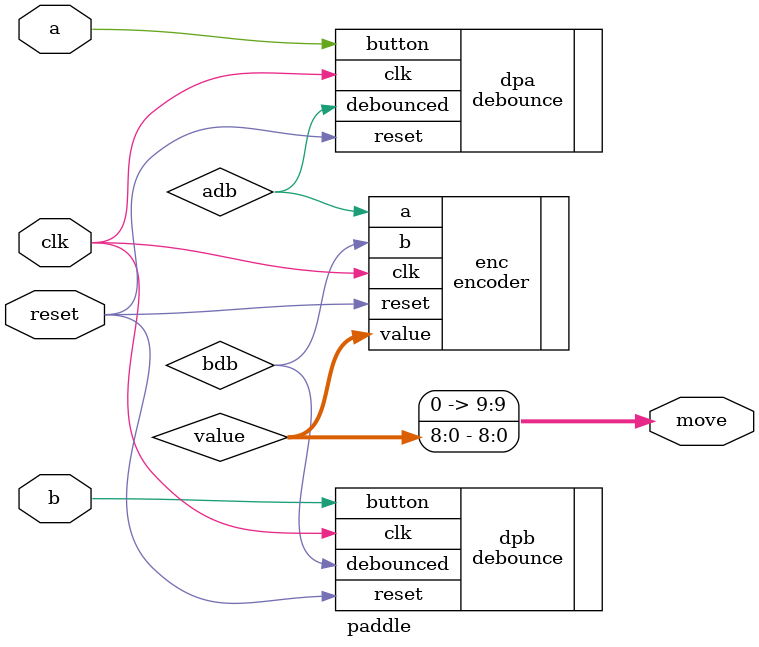
<source format=v>
`default_nettype none
`timescale 1ns/1ns
module paddle (
    input wire clk,
    input wire reset,
    input wire a,
    input wire b,
    output wire [9:0] move
);
    wire adb, bdb;
    wire [8:0] value;
    debounce dpa(.clk(clk), .reset(reset), .button(a), .debounced(adb));
    debounce dpb(.clk(clk), .reset(reset), .button(b), .debounced(bdb));
    encoder #(.WIDTH(9), .MAX(430)) enc(.clk(clk), .reset(reset), .a(adb), .b(bdb), .value(value));
    assign move = {1'b0, value};
endmodule

</source>
